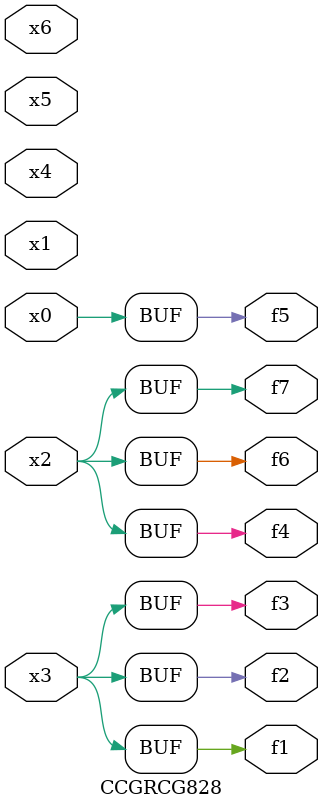
<source format=v>
module CCGRCG828(
	input x0, x1, x2, x3, x4, x5, x6,
	output f1, f2, f3, f4, f5, f6, f7
);
	assign f1 = x3;
	assign f2 = x3;
	assign f3 = x3;
	assign f4 = x2;
	assign f5 = x0;
	assign f6 = x2;
	assign f7 = x2;
endmodule

</source>
